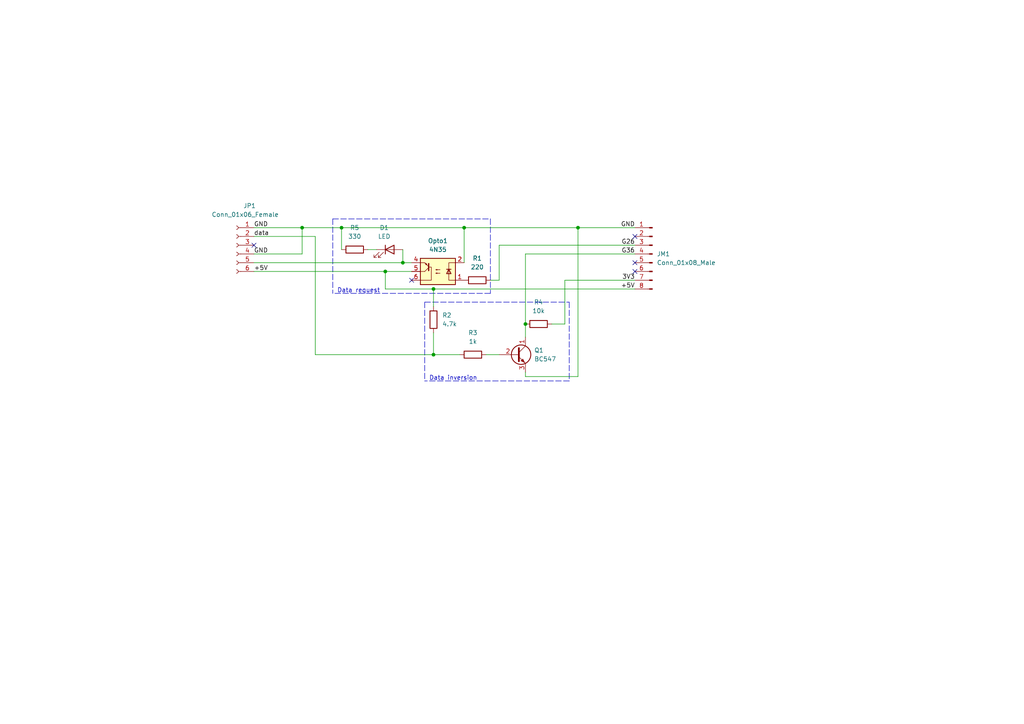
<source format=kicad_sch>
(kicad_sch (version 20211123) (generator eeschema)
  (paper "A4")
  (lib_symbols
    (symbol "Connector:Conn_01x06_Female" (pin_names (offset 1.016) hide)
      (property "Reference" "J" (at 0 7.62 0))
      (property "Value" "Conn_01x06_Female" (at 0 -10.16 0))
      (symbol "Conn_01x06_Female_1_1"
        (arc (start 0 -7.112) (mid -0.508 -7.62) (end 0 -8.128) (stroke (width 0.1524)))
        (arc (start 0 -4.572) (mid -0.508 -5.08) (end 0 -5.588) (stroke (width 0.1524)))
        (arc (start 0 -2.032) (mid -0.508 -2.54) (end 0 -3.048) (stroke (width 0.1524)))
        (polyline (pts (xy -1.27 -7.62) (xy -0.508 -7.62)) (stroke (width 0.1524)))
        (polyline (pts (xy -1.27 -5.08) (xy -0.508 -5.08)) (stroke (width 0.1524)))
        (polyline (pts (xy -1.27 -2.54) (xy -0.508 -2.54)) (stroke (width 0.1524)))
        (polyline (pts (xy -1.27 0) (xy -0.508 0)) (stroke (width 0.1524)))
        (polyline (pts (xy -1.27 2.54) (xy -0.508 2.54)) (stroke (width 0.1524)))
        (polyline (pts (xy -1.27 5.08) (xy -0.508 5.08)) (stroke (width 0.1524)))
        (arc (start 0 0.508) (mid -0.508 0) (end 0 -0.508) (stroke (width 0.1524)))
        (arc (start 0 3.048) (mid -0.508 2.54) (end 0 2.032) (stroke (width 0.1524)))
        (arc (start 0 5.588) (mid -0.508 5.08) (end 0 4.572) (stroke (width 0.1524)))
        (pin passive line (at -5.08 5.08 0) (length 3.81) (name "Pin_1") (number "1"))
        (pin passive line (at -5.08 2.54 0) (length 3.81) (name "Pin_2") (number "2"))
        (pin passive line (at -5.08 0 0) (length 3.81) (name "Pin_3") (number "3"))
        (pin passive line (at -5.08 -2.54 0) (length 3.81) (name "Pin_4") (number "4"))
        (pin passive line (at -5.08 -5.08 0) (length 3.81) (name "Pin_5") (number "5"))
        (pin passive line (at -5.08 -7.62 0) (length 3.81) (name "Pin_6") (number "6"))
      )
    )
    (symbol "Connector:Conn_01x08_Male" (pin_names (offset 1.016) hide)
      (property "Reference" "J" (at 0 10.16 0))
      (property "Value" "Conn_01x08_Male" (at 0 -12.7 0))
      (symbol "Conn_01x08_Male_1_1"
        (polyline (pts (xy 1.27 -10.16) (xy 0.8636 -10.16)) (stroke (width 0.1524)))
        (polyline (pts (xy 1.27 -7.62) (xy 0.8636 -7.62)) (stroke (width 0.1524)))
        (polyline (pts (xy 1.27 -5.08) (xy 0.8636 -5.08)) (stroke (width 0.1524)))
        (polyline (pts (xy 1.27 -2.54) (xy 0.8636 -2.54)) (stroke (width 0.1524)))
        (polyline (pts (xy 1.27 0) (xy 0.8636 0)) (stroke (width 0.1524)))
        (polyline (pts (xy 1.27 2.54) (xy 0.8636 2.54)) (stroke (width 0.1524)))
        (polyline (pts (xy 1.27 5.08) (xy 0.8636 5.08)) (stroke (width 0.1524)))
        (polyline (pts (xy 1.27 7.62) (xy 0.8636 7.62)) (stroke (width 0.1524)))
        (rectangle (start 0.8636 -10.033) (end 0 -10.287) (stroke (width 0.1524)) (fill (type outline)))
        (rectangle (start 0.8636 -7.493) (end 0 -7.747) (stroke (width 0.1524)) (fill (type outline)))
        (rectangle (start 0.8636 -4.953) (end 0 -5.207) (stroke (width 0.1524)) (fill (type outline)))
        (rectangle (start 0.8636 -2.413) (end 0 -2.667) (stroke (width 0.1524)) (fill (type outline)))
        (rectangle (start 0.8636 0.127) (end 0 -0.127) (stroke (width 0.1524)) (fill (type outline)))
        (rectangle (start 0.8636 2.667) (end 0 2.413) (stroke (width 0.1524)) (fill (type outline)))
        (rectangle (start 0.8636 5.207) (end 0 4.953) (stroke (width 0.1524)) (fill (type outline)))
        (rectangle (start 0.8636 7.747) (end 0 7.493) (stroke (width 0.1524)) (fill (type outline)))
        (pin passive line (at 5.08 7.62 180) (length 3.81) (name "Pin_1") (number "1"))
        (pin passive line (at 5.08 5.08 180) (length 3.81) (name "Pin_2") (number "2"))
        (pin passive line (at 5.08 2.54 180) (length 3.81) (name "Pin_3") (number "3"))
        (pin passive line (at 5.08 0 180) (length 3.81) (name "Pin_4") (number "4"))
        (pin passive line (at 5.08 -2.54 180) (length 3.81) (name "Pin_5") (number "5"))
        (pin passive line (at 5.08 -5.08 180) (length 3.81) (name "Pin_6") (number "6"))
        (pin passive line (at 5.08 -7.62 180) (length 3.81) (name "Pin_7") (number "7"))
        (pin passive line (at 5.08 -10.16 180) (length 3.81) (name "Pin_8") (number "8"))
      )
    )
    (symbol "Device:LED" (pin_numbers hide) (pin_names (offset 1.016) hide)
      (property "Reference" "D" (at 0 2.54 0))
      (property "Value" "LED" (at 0 -2.54 0))
      (symbol "LED_0_1"
        (polyline (pts (xy -1.27 -1.27) (xy -1.27 1.27)) (stroke (width 0.254)))
        (polyline (pts (xy -1.27 0) (xy 1.27 0)))
        (polyline (pts (xy 1.27 -1.27) (xy 1.27 1.27) (xy -1.27 0) (xy 1.27 -1.27)) (stroke (width 0.254)))
        (polyline (pts (xy -3.048 -0.762) (xy -4.572 -2.286) (xy -3.81 -2.286) (xy -4.572 -2.286) (xy -4.572 -1.524)))
        (polyline (pts (xy -1.778 -0.762) (xy -3.302 -2.286) (xy -2.54 -2.286) (xy -3.302 -2.286) (xy -3.302 -1.524)))
      )
      (symbol "LED_1_1"
        (pin passive line (at -3.81 0 0) (length 2.54) (name "K") (number "1"))
        (pin passive line (at 3.81 0 180) (length 2.54) (name "A") (number "2"))
      )
    )
    (symbol "Device:R" (pin_numbers hide) (pin_names (offset 0))
      (property "Reference" "R" (at 2.032 0 90))
      (property "Value" "R" (at 0 0 90))
      (symbol "R_0_1"
        (rectangle (start -1.016 -2.54) (end 1.016 2.54) (stroke (width 0.254)))
      )
      (symbol "R_1_1"
        (pin passive line (at 0 3.81 270) (length 1.27) (name "~") (number "1"))
        (pin passive line (at 0 -3.81 90) (length 1.27) (name "~") (number "2"))
      )
    )
    (symbol "Isolator:4N35" (pin_names (offset 1.016))
      (property "Reference" "U" (at -5.08 5.08 0))
      (property "Value" "4N35" (at 0 5.08 0))
      (symbol "4N35_0_1"
        (rectangle (start -5.08 3.81) (end 5.08 -3.81) (stroke (width 0.254)) (fill (type background)))
        (polyline (pts (xy -3.81 -0.635) (xy -2.54 -0.635)) (stroke (width 0.254)))
        (polyline (pts (xy 2.667 -1.397) (xy 3.81 -2.54)))
        (polyline (pts (xy 2.667 -1.143) (xy 3.81 0)))
        (polyline (pts (xy 3.81 -2.54) (xy 5.08 -2.54)))
        (polyline (pts (xy 3.81 0) (xy 5.08 0)))
        (polyline (pts (xy 2.667 -0.254) (xy 2.667 -2.286) (xy 2.667 -2.286)) (stroke (width 0.3556)))
        (polyline (pts (xy -5.08 -2.54) (xy -3.175 -2.54) (xy -3.175 2.54) (xy -5.08 2.54)))
        (polyline (pts (xy -3.175 -0.635) (xy -3.81 0.635) (xy -2.54 0.635) (xy -3.175 -0.635)) (stroke (width 0.254)))
        (polyline (pts (xy 3.683 -2.413) (xy 3.429 -1.905) (xy 3.175 -2.159) (xy 3.683 -2.413)))
        (polyline (pts (xy 5.08 2.54) (xy 1.905 2.54) (xy 1.905 -1.27) (xy 2.54 -1.27)))
        (polyline (pts (xy -0.635 -0.508) (xy 0.635 -0.508) (xy 0.254 -0.635) (xy 0.254 -0.381) (xy 0.635 -0.508)))
        (polyline (pts (xy -0.635 0.508) (xy 0.635 0.508) (xy 0.254 0.381) (xy 0.254 0.635) (xy 0.635 0.508)))
      )
      (symbol "4N35_1_1"
        (pin passive line (at -7.62 2.54 0) (length 2.54) (name "~") (number "1"))
        (pin passive line (at -7.62 -2.54 0) (length 2.54) (name "~") (number "2"))
        (pin no_connect line (at -5.08 0 0) (length 2.54) hide (name "NC") (number "3"))
        (pin passive line (at 7.62 -2.54 180) (length 2.54) (name "~") (number "4"))
        (pin passive line (at 7.62 0 180) (length 2.54) (name "~") (number "5"))
        (pin passive line (at 7.62 2.54 180) (length 2.54) (name "~") (number "6"))
      )
    )
    (symbol "Transistor_BJT:BC547" (pin_names (offset 0) hide)
      (property "Reference" "Q" (at 5.08 1.905 0))
      (property "Value" "BC547" (at 5.08 0 0))
      (symbol "BC547_0_1"
        (polyline (pts (xy 0 0) (xy 0.635 0)))
        (polyline (pts (xy 0.635 0.635) (xy 2.54 2.54)))
        (polyline (pts (xy 0.635 -0.635) (xy 2.54 -2.54) (xy 2.54 -2.54)))
        (polyline (pts (xy 0.635 1.905) (xy 0.635 -1.905) (xy 0.635 -1.905)) (stroke (width 0.508)))
        (polyline (pts (xy 1.27 -1.778) (xy 1.778 -1.27) (xy 2.286 -2.286) (xy 1.27 -1.778) (xy 1.27 -1.778)) (fill (type outline)))
        (circle (center 1.27 0) (radius 2.8194) (stroke (width 0.254)))
      )
      (symbol "BC547_1_1"
        (pin passive line (at 2.54 5.08 270) (length 2.54) (name "C") (number "1"))
        (pin input line (at -5.08 0 0) (length 5.08) (name "B") (number "2"))
        (pin passive line (at 2.54 -5.08 90) (length 2.54) (name "E") (number "3"))
      )
    )
  )
  (junction (at 87.63 66.04))
  (junction (at 125.73 83.82))
  (junction (at 99.06 66.04))
  (junction (at 125.73 102.87))
  (junction (at 116.84 76.2))
  (junction (at 167.64 66.04))
  (junction (at 134.62 66.04))
  (junction (at 111.76 78.74))
  (junction (at 152.4 93.98))
  (no_connect (at 184.15 76.2))
  (no_connect (at 184.15 78.74))
  (no_connect (at 184.15 68.58))
  (no_connect (at 73.66 71.12))
  (no_connect (at 119.38 81.28))
  (wire (pts (xy 111.76 78.74) (xy 119.38 78.74)))
  (polyline (pts (xy 96.52 63.5) (xy 96.52 85.09)))
  (wire (pts (xy 99.06 66.04) (xy 134.62 66.04)))
  (wire (pts (xy 73.66 66.04) (xy 87.63 66.04)))
  (wire (pts (xy 134.62 66.04) (xy 167.64 66.04)))
  (wire (pts (xy 111.76 78.74) (xy 111.76 83.82)))
  (polyline (pts (xy 142.24 85.09) (xy 96.52 85.09)))
  (wire (pts (xy 91.44 102.87) (xy 125.73 102.87)))
  (wire (pts (xy 111.76 83.82) (xy 125.73 83.82)))
  (wire (pts (xy 144.78 71.12) (xy 184.15 71.12)))
  (wire (pts (xy 163.83 81.28) (xy 163.83 93.98)))
  (polyline (pts (xy 165.1 110.49) (xy 123.19 110.49)))
  (polyline (pts (xy 96.52 63.5) (xy 142.24 63.5)))
  (wire (pts (xy 167.64 109.22) (xy 167.64 66.04)))
  (wire (pts (xy 152.4 93.98) (xy 152.4 97.79)))
  (wire (pts (xy 106.68 72.39) (xy 109.22 72.39)))
  (wire (pts (xy 134.62 66.04) (xy 134.62 76.2)))
  (polyline (pts (xy 123.19 87.63) (xy 123.19 110.49)))
  (polyline (pts (xy 165.1 87.63) (xy 165.1 110.49)))
  (wire (pts (xy 125.73 96.52) (xy 125.73 102.87)))
  (wire (pts (xy 87.63 66.04) (xy 87.63 73.66)))
  (wire (pts (xy 160.02 93.98) (xy 163.83 93.98)))
  (wire (pts (xy 163.83 81.28) (xy 184.15 81.28)))
  (wire (pts (xy 87.63 66.04) (xy 99.06 66.04)))
  (wire (pts (xy 73.66 76.2) (xy 116.84 76.2)))
  (wire (pts (xy 144.78 81.28) (xy 144.78 71.12)))
  (wire (pts (xy 140.97 102.87) (xy 144.78 102.87)))
  (wire (pts (xy 73.66 73.66) (xy 87.63 73.66)))
  (wire (pts (xy 73.66 78.74) (xy 111.76 78.74)))
  (wire (pts (xy 116.84 76.2) (xy 119.38 76.2)))
  (wire (pts (xy 125.73 83.82) (xy 184.15 83.82)))
  (polyline (pts (xy 142.24 63.5) (xy 142.24 85.09)))
  (wire (pts (xy 91.44 102.87) (xy 91.44 68.58)))
  (wire (pts (xy 125.73 83.82) (xy 125.73 88.9)))
  (wire (pts (xy 152.4 73.66) (xy 184.15 73.66)))
  (wire (pts (xy 99.06 66.04) (xy 99.06 72.39)))
  (wire (pts (xy 152.4 107.95) (xy 152.4 109.22)))
  (wire (pts (xy 125.73 102.87) (xy 133.35 102.87)))
  (wire (pts (xy 73.66 68.58) (xy 91.44 68.58)))
  (wire (pts (xy 144.78 81.28) (xy 142.24 81.28)))
  (polyline (pts (xy 123.19 87.63) (xy 165.1 87.63)))
  (wire (pts (xy 116.84 72.39) (xy 116.84 76.2)))
  (wire (pts (xy 167.64 66.04) (xy 184.15 66.04)))
  (wire (pts (xy 152.4 109.22) (xy 167.64 109.22)))
  (wire (pts (xy 152.4 73.66) (xy 152.4 93.98)))
  (text "Data request" (at 97.79 85.09 0) (effects (font (size 1.27 1.27)) (justify left bottom)))
  (text "Data inversion" (at 124.46 110.49 0) (effects (font (size 1.27 1.27)) (justify left bottom)))
  (label "3V3" (at 184.15 81.28 180))
  (label "GND" (at 184.15 66.04 180))
  (label "G36" (at 184.15 73.66 180))
  (label "G26" (at 184.15 71.12 180))
  (label "GND" (at 73.66 66.04 0))
  (label "GND" (at 73.66 73.66 0))
  (label "data" (at 73.66 68.58 0))
  (label "+5V" (at 184.15 83.82 180))
  (label "+5V" (at 73.66 78.74 0))
  (symbol (lib_id "Isolator:4N35") (at 127 78.74 180) (unit 1)
    (property "Reference" "Opto1" (at 127 69.85 0))
    (property "Value" "4N35" (at 127 72.39 0))
    (property "Footprint" "Package_DIP:DIP-6_W7.62mm" (effects hide))
    (property "Datasheet" "https://www.vishay.com/docs/81181/4n35.pdf" (effects hide))
  )
  (symbol (lib_id "Transistor_BJT:BC547") (at 149.86 102.87 0) (unit 1)
    (property "Reference" "Q1" (at 154.94 101.5999 0) (effects (justify left)))
    (property "Value" "BC547" (at 154.94 104.1399 0) (effects (justify left)))
    (property "Footprint" "Package_TO_SOT_THT:TO-92_Inline_Wide" (effects hide))
    (property "Datasheet" "https://www.onsemi.com/pub/Collateral/BC550-D.pdf" (effects hide))
  )
  (symbol (lib_id "Connector:Conn_01x06_Female") (at 68.58 71.12 0) (mirror y) (unit 1)
    (property "Reference" "JP1" (at 72.39 59.69 0))
    (property "Value" "Conn_01x06_Female" (at 71.12 62.23 0))
    (property "Footprint" "Connector_PinHeader_2.54mm:PinHeader_1x06_P2.54mm_Horizontal" (effects hide))
  )
  (symbol (lib_id "Device:LED") (at 113.03 72.39 0) (unit 1)
    (property "Reference" "D1" (at 111.4425 66.04 0))
    (property "Value" "LED" (at 111.4425 68.58 0))
    (property "Footprint" "LED_THT:LED_D5.0mm" (effects hide))
  )
  (symbol (lib_id "Device:R") (at 125.73 92.71 180) (unit 1)
    (property "Reference" "R2" (at 128.27 91.4399 0) (effects (justify right)))
    (property "Value" "4.7k" (at 128.27 93.9799 0) (effects (justify right)))
    (property "Footprint" "Resistor_THT:R_Axial_DIN0207_L6.3mm_D2.5mm_P10.16mm_Horizontal" (effects hide))
  )
  (symbol (lib_id "Device:R") (at 102.87 72.39 270) (unit 1)
    (property "Reference" "R5" (at 102.87 66.04 90))
    (property "Value" "330" (at 102.87 68.58 90))
    (property "Footprint" "Resistor_THT:R_Axial_DIN0207_L6.3mm_D2.5mm_P10.16mm_Horizontal" (effects hide))
  )
  (symbol (lib_id "Device:R") (at 156.21 93.98 270) (unit 1)
    (property "Reference" "R4" (at 156.21 87.63 90))
    (property "Value" "10k" (at 156.21 90.17 90))
    (property "Footprint" "Resistor_THT:R_Axial_DIN0207_L6.3mm_D2.5mm_P10.16mm_Horizontal" (effects hide))
  )
  (symbol (lib_id "Device:R") (at 138.43 81.28 270) (mirror x) (unit 1)
    (property "Reference" "R1" (at 138.43 74.93 90))
    (property "Value" "220" (at 138.43 77.47 90))
    (property "Footprint" "Resistor_THT:R_Axial_DIN0207_L6.3mm_D2.5mm_P10.16mm_Horizontal" (effects hide))
  )
  (symbol (lib_id "Connector:Conn_01x08_Male") (at 189.23 73.66 0) (mirror y) (unit 1)
    (property "Reference" "JM1" (at 190.5 73.6599 0) (effects (justify right)))
    (property "Value" "Conn_01x08_Male" (at 190.5 76.1999 0) (effects (justify right)))
    (property "Footprint" "Connector_PinHeader_2.54mm:PinHeader_1x08_P2.54mm_Horizontal" (effects hide))
  )
  (symbol (lib_id "Device:R") (at 137.16 102.87 90) (unit 1)
    (property "Reference" "R3" (at 137.16 96.52 90))
    (property "Value" "1k" (at 137.16 99.06 90))
    (property "Footprint" "Resistor_THT:R_Axial_DIN0207_L6.3mm_D2.5mm_P10.16mm_Horizontal" (effects hide))
  )
)
</source>
